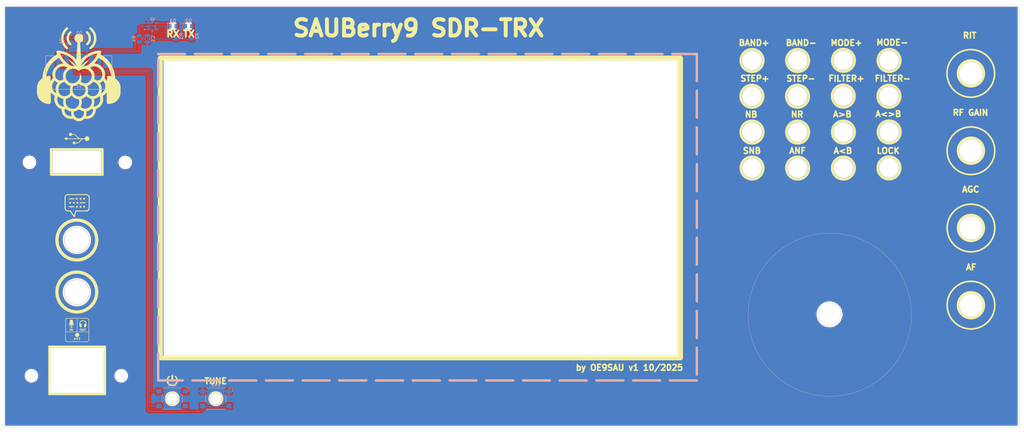
<source format=kicad_pcb>
(kicad_pcb (version 20241229) (generator "pcbnew") (generator_version "9.0")
  (layers (0 "F.Cu" signal) (2 "B.Cu" signal) (13 "F.Paste" user) (15 "B.Paste" user) (5 "F.SilkS" user "F.Silkscreen") (7 "B.SilkS" user "B.Silkscreen") (1 "F.Mask" user) (3 "B.Mask" user) (25 "Edge.Cuts" user))
  (net 0 "")
  (net 1 "GND")
  (net 2 "Net-(D1-A)")
  (net 3 "Net-(J1-Pad3)")
  (net 4 "Net-(J1-Pad4)")
  (net 5 "+5V")
  (net 6 "Net-(D2-A)")
  (net 7 "Net-(D2-K)")
  (net 8 "Net-(D3-A)")
  (net 9 "Net-(D3-K)")
  (net 10 "Net-(J1-Pad5)")
  (footprint "LOGO" (layer "F.Cu") (at 164.528 233.1212)
    (property "Reference" "G0" (hide yes))
    (property "Value" "LOGO" (hide yes))
  )
  (footprint "LOGO" (layer "F.Cu") (at 135.4 217.7)
    (property "Reference" "G4" (hide yes))
    (property "Value" "LOGO" (hide yes))
  )
  (footprint "LOGO" (layer "F.Cu") (at 135.6 179.914931)
    (property "Reference" "G101" (hide yes))
    (property "Value" "LOGO" (hide yes))
  )
  (footprint "LOGO" (layer "F.Cu") (at 135.279 159.07 180)
    (property "Reference" "G21" (hide yes))
    (property "Value" "LOGO" (hide yes))
  )
  (footprint "LOGO" (layer "F.Cu") (at 135.89 139.7)
    (property "Reference" "G1" (hide yes))
    (property "Value" "LOGO" (hide yes))
  )
  (footprint "Resistor_SMD:R_0805_2012Metric" (layer "B.Cu") (at 132.207 129.1825 -90)
    (property "Reference" "R1" (at 0 1.6 90) (layer "B.SilkS") (effects (justify mirror)))
    (property "Value" "10k")
    (pad "1" smd roundrect (at -0.9125 0 270) (size 1.025 1.4) (layers "B.Cu" "B.Mask" "B.Paste") (roundrect_rratio 0.243902) (net 2 "Net-(D1-A)"))
    (pad "2" smd roundrect (at 0.9125 0 270) (size 1.025 1.4) (layers "B.Cu" "B.Mask" "B.Paste") (roundrect_rratio 0.243902) (net 10 "Net-(J1-Pad5)"))
  )
  (footprint "Button_Switch_SMD:SW_SPST_Omron_B3FS-101xP" (layer "B.Cu") (at 164.51 238.7 180)
    (property "Reference" "SW1" (at 0 4.3 0) (layer "B.SilkS") (effects (justify mirror)))
    (property "Value" "SW_Omron_B3FS" (hide yes))
    (pad "1" smd rect (at -4 2.25) (size 1.6 1.4) (layers "B.Cu" "B.Mask" "B.Paste") (net 5 "+5V"))
    (pad "1" smd rect (at 4 2.25) (size 1.6 1.4) (layers "B.Cu" "B.Mask" "B.Paste") (net 5 "+5V"))
    (pad "2" smd rect (at -4 -2.25) (size 1.6 1.4) (layers "B.Cu" "B.Mask" "B.Paste") (net 3 "Net-(J1-Pad3)"))
    (pad "2" smd rect (at 4 -2.25) (size 1.6 1.4) (layers "B.Cu" "B.Mask" "B.Paste") (net 3 "Net-(J1-Pad3)"))
  )
  (footprint "Resistor_SMD:R_0805_2012Metric" (layer "B.Cu") (at 154.45 128.4675 -90)
    (property "Reference" "R4" (at 0 1.65 90) (layer "B.SilkS") (effects (justify mirror)))
    (property "Value" "10k")
    (pad "1" smd roundrect (at -0.9125 0 270) (size 1.025 1.4) (layers "B.Cu" "B.Mask" "B.Paste") (roundrect_rratio 0.243902) (net 7 "Net-(D2-K)"))
    (pad "2" smd roundrect (at 0.9125 0 270) (size 1.025 1.4) (layers "B.Cu" "B.Mask" "B.Paste") (roundrect_rratio 0.243902) (net 5 "+5V"))
  )
  (footprint "Button_Switch_SMD:SW_SPST_Omron_B3FS-101xP" (layer "B.Cu") (at 177.89 238.71 180)
    (property "Reference" "SW2" (at 0 4.3 0) (layer "B.SilkS") (effects (justify mirror)))
    (property "Value" "SW_Omron_B3FS" (hide yes))
    (pad "1" smd rect (at -4 2.25) (size 1.6 1.4) (layers "B.Cu" "B.Mask" "B.Paste") (net 1 "GND"))
    (pad "1" smd rect (at 4 2.25) (size 1.6 1.4) (layers "B.Cu" "B.Mask" "B.Paste") (net 1 "GND"))
    (pad "2" smd rect (at -4 -2.25) (size 1.6 1.4) (layers "B.Cu" "B.Mask" "B.Paste") (net 4 "Net-(J1-Pad4)"))
    (pad "2" smd rect (at 4 -2.25) (size 1.6 1.4) (layers "B.Cu" "B.Mask" "B.Paste") (net 4 "Net-(J1-Pad4)"))
  )
  (footprint "Resistor_SMD:R_0805_2012Metric" (layer "B.Cu") (at 165.69 127.6 90)
    (property "Reference" "R3" (at 0 1.65 90) (layer "B.SilkS") (effects (justify mirror)))
    (property "Value" "10k")
    (pad "1" smd roundrect (at -0.9125 0 90) (size 1.025 1.4) (layers "B.Cu" "B.Mask" "B.Paste") (roundrect_rratio 0.243902) (net 5 "+5V"))
    (pad "2" smd roundrect (at 0.9125 0 90) (size 1.025 1.4) (layers "B.Cu" "B.Mask" "B.Paste") (roundrect_rratio 0.243902) (net 8 "Net-(D3-A)"))
  )
  (footprint "SN74AHC1G04DBVR:SOT95P280X145-5N" (layer "B.Cu") (at 158.445 124.6)
    (property "Reference" "U1" (at 0 -2.25 180) (layer "B.SilkS") (effects (font (size 0.8 0.8)) (justify mirror)))
    (property "Value" "SN74AHC1G04DBVR" (hide yes))
    (pad "1" smd roundrect (at -1.255 0.95) (size 1.21 0.59) (layers "B.Cu" "B.Mask" "B.Paste"))
    (pad "2" smd roundrect (at -1.255 0) (size 1.21 0.59) (layers "B.Cu" "B.Mask" "B.Paste") (net 7 "Net-(D2-K)"))
    (pad "3" smd roundrect (at -1.255 -0.95) (size 1.21 0.59) (layers "B.Cu" "B.Mask" "B.Paste") (net 1 "GND"))
    (pad "4" smd roundrect (at 1.255 -0.95) (size 1.21 0.59) (layers "B.Cu" "B.Mask" "B.Paste") (net 9 "Net-(D3-K)"))
    (pad "5" smd roundrect (at 1.255 0.95) (size 1.21 0.59) (layers "B.Cu" "B.Mask" "B.Paste") (net 5 "+5V"))
  )
  (footprint "LED_SMD:LED_0805_2012Metric" (layer "B.Cu") (at 169.5275 124.6)
    (property "Reference" "D2" (at -0.0075 -1.66 180) (layer "B.SilkS") (effects (justify mirror)))
    (property "Value" "LED TX Rot" (hide yes))
    (pad "1" smd roundrect (at -0.9375 0) (size 0.975 1.4) (layers "B.Cu" "B.Mask" "B.Paste") (net 7 "Net-(D2-K)"))
    (pad "2" smd roundrect (at 0.9375 0) (size 0.975 1.4) (layers "B.Cu" "B.Mask" "B.Paste") (net 6 "Net-(D2-A)"))
  )
  (footprint "S6B_XH_SM4_TB:CONN_S6B-XH-SM4-TB_JST" (layer "B.Cu") (at 135.9154 138.808801 180)
    (property "Reference" "J1" (at 0 -4.0782 0) (layer "B.SilkS") (effects (justify mirror)))
    (property "Value" "S6B-XH-SM4-TB")
    (pad "1" smd rect (at -6.25 3.553801 180) (size 1.2954 4.4958) (layers "B.Cu" "B.Mask" "B.Paste") (net 5 "+5V"))
    (pad "2" smd rect (at -3.75 3.553801 180) (size 1.2954 4.4958) (layers "B.Cu" "B.Mask" "B.Paste") (net 7 "Net-(D2-K)"))
    (pad "3" smd rect (at -1.25 3.553801 180) (size 1.2954 4.4958) (layers "B.Cu" "B.Mask" "B.Paste") (net 3 "Net-(J1-Pad3)"))
    (pad "4" smd rect (at 1.25 3.553801 180) (size 1.2954 4.4958) (layers "B.Cu" "B.Mask" "B.Paste") (net 4 "Net-(J1-Pad4)"))
    (pad "5" smd rect (at 3.75 3.553801 180) (size 1.2954 4.4958) (layers "B.Cu" "B.Mask" "B.Paste") (net 10 "Net-(J1-Pad5)"))
    (pad "6" smd rect (at 6.25 3.553801 180) (size 1.2954 4.4958) (layers "B.Cu" "B.Mask" "B.Paste") (net 1 "GND"))
    (pad "7" smd rect (at -9.449999 -3.246199 180) (size 1.8034 3.9116) (layers "B.Cu" "B.Mask" "B.Paste"))
    (pad "8" smd rect (at 9.449999 -3.246199 180) (size 1.8034 3.9116) (layers "B.Cu" "B.Mask" "B.Paste"))
  )
  (footprint "LED_SMD:LED_0805_2012Metric" (layer "B.Cu") (at 135.994023 128.292 180)
    (property "Reference" "D1" (at 0.010023 1.627 0) (layer "B.SilkS") (effects (justify mirror)))
    (property "Value" "LED PWR PINK" (hide yes))
    (pad "1" smd roundrect (at -0.9375 0 180) (size 0.975 1.4) (layers "B.Cu" "B.Mask" "B.Paste") (net 1 "GND"))
    (pad "2" smd roundrect (at 0.9375 0 180) (size 0.975 1.4) (layers "B.Cu" "B.Mask" "B.Paste") (net 2 "Net-(D1-A)"))
  )
  (footprint "Resistor_SMD:R_0805_2012Metric" (layer "B.Cu") (at 170.46 127.6175 90)
    (property "Reference" "R2" (at 0 1.65 90) (layer "B.SilkS") (effects (justify mirror)))
    (property "Value" "5k")
    (pad "1" smd roundrect (at -0.9125 0 90) (size 1.025 1.4) (layers "B.Cu" "B.Mask" "B.Paste") (roundrect_rratio 0.243902) (net 5 "+5V"))
    (pad "2" smd roundrect (at 0.9125 0 90) (size 1.025 1.4) (layers "B.Cu" "B.Mask" "B.Paste") (roundrect_rratio 0.243902) (net 6 "Net-(D2-A)"))
  )
  (footprint "LED_SMD:LED_0805_2012Metric" (layer "B.Cu") (at 164.75 124.61)
    (property "Reference" "D3" (at -0.0075 -1.66 180) (layer "B.SilkS") (effects (justify mirror)))
    (property "Value" "LED RX Grün" (hide yes))
    (pad "1" smd roundrect (at -0.9375 0) (size 0.975 1.4) (layers "B.Cu" "B.Mask" "B.Paste") (net 9 "Net-(D3-K)"))
    (pad "2" smd roundrect (at 0.9375 0) (size 0.975 1.4) (layers "B.Cu" "B.Mask" "B.Paste") (net 8 "Net-(D3-A)"))
  )
  (footprint "Capacitor_SMD:C_0805_2012Metric" (layer "B.Cu") (at 156.89 128.48 -90)
    (property "Reference" "C1" (at 0 -1.733 90) (layer "B.SilkS") (effects (justify mirror)))
    (property "Value" "100nF")
    (pad "1" smd roundrect (at -0.95 0 270) (size 1 1.45) (layers "B.Cu" "B.Mask" "B.Paste") (net 5 "+5V"))
    (pad "2" smd roundrect (at 0.95 0 270) (size 1 1.45) (layers "B.Cu" "B.Mask" "B.Paste") (net 1 "GND"))
  )
  (gr_circle (center 370.1288 168.0752) (end 373.6288 168.0752) (stroke (width 0.7)) (fill no) (layer "F.SilkS"))
  (gr_circle (center 409.194 162.7632) (end 416.494 162.7632) (stroke (width 0.5)) (fill no) (layer "F.SilkS"))
  (gr_circle (center 409.194 139.068) (end 413.194 139.068) (stroke (width 0.7)) (fill no) (layer "F.SilkS"))
  (gr_circle (center 409.194 186.4136) (end 413.194 186.4136) (stroke (width 0.7)) (fill no) (layer "F.SilkS"))
  (gr_circle (center 135.3 206.05) (end 141.4 206.05) (stroke (width 1)) (fill no) (layer "F.SilkS"))
  (gr_circle (center 409.194 162.7412) (end 413.194 162.7412) (stroke (width 0.7)) (fill no) (layer "F.SilkS"))
  (gr_circle (center 409.1944 210.0868) (end 413.1944 210.0868) (stroke (width 0.7)) (fill no) (layer "F.SilkS"))
  (gr_circle (center 342.138 135.12) (end 345.638 135.12) (stroke (width 0.7)) (fill no) (layer "F.SilkS"))
  (gr_circle (center 356.0712 146.0788) (end 359.5712 146.0788) (stroke (width 0.7)) (fill no) (layer "F.SilkS"))
  (gr_circle (center 365.9632 212.9824) (end 390.9632 212.9824) (stroke (width 0.05)) (fill no) (layer "F.SilkS"))
  (gr_line (start 143.9 237.3) (end 126.9 237.3) (stroke (width 0.7)) (layer "F.SilkS"))
  (gr_circle (center 164.528 238.724) (end 166.428 238.724) (stroke (width 0.5)) (fill no) (layer "F.SilkS"))
  (gr_circle (center 342.1012 146.0788) (end 345.6012 146.0788) (stroke (width 0.7)) (fill no) (layer "F.SilkS"))
  (gr_circle (center 177.8884 238.716) (end 179.7884 238.716) (stroke (width 0.5)) (fill no) (layer "F.SilkS"))
  (gr_circle (center 356.108 135.12) (end 359.608 135.12) (stroke (width 0.7)) (fill no) (layer "F.SilkS"))
  (gr_circle (center 370.1288 157.0568) (end 373.6288 157.0568) (stroke (width 0.7)) (fill no) (layer "F.SilkS"))
  (gr_line (start 126.9 237.3) (end 126.9 222.8) (stroke (width 0.7)) (layer "F.SilkS"))
  (gr_circle (center 370.092 146.028) (end 373.592 146.028) (stroke (width 0.7)) (fill no) (layer "F.SilkS"))
  (gr_rect (start 160.848 134.366) (end 320.228 226.206) (stroke (width 1.5)) (fill no) (layer "F.SilkS"))
  (gr_circle (center 356.108 168.0752) (end 359.608 168.0752) (stroke (width 0.7)) (fill no) (layer "F.SilkS"))
  (gr_circle (center 384.1496 157.006) (end 387.6496 157.006) (stroke (width 0.7)) (fill no) (layer "F.SilkS"))
  (gr_circle (center 370.1288 135.0692) (end 373.6288 135.0692) (stroke (width 0.7)) (fill no) (layer "F.SilkS"))
  (gr_circle (center 409.2092 210.058) (end 416.5092 210.058) (stroke (width 0.5)) (fill no) (layer "F.SilkS"))
  (gr_circle (center 409.1584 139.065) (end 416.4584 139.065) (stroke (width 0.5)) (fill no) (layer "F.SilkS"))
  (gr_circle (center 384.076 146.0648) (end 387.576 146.0648) (stroke (width 0.7)) (fill no) (layer "F.SilkS"))
  (gr_circle (center 135.3 190.114931) (end 141.4 190.114931) (stroke (width 1)) (fill no) (layer "F.SilkS"))
  (gr_circle (center 409.2092 186.436) (end 416.5092 186.436) (stroke (width 0.5)) (fill no) (layer "F.SilkS"))
  (gr_line (start 126.9 222.8) (end 143.9 222.8) (stroke (width 0.7)) (layer "F.SilkS"))
  (gr_circle (center 342.138 157.0516) (end 345.638 157.0516) (stroke (width 0.7)) (fill no) (layer "F.SilkS"))
  (gr_circle (center 342.138 168.07) (end 345.638 168.07) (stroke (width 0.7)) (fill no) (layer "F.SilkS"))
  (gr_rect (start 127.379 162.3) (end 143.179 170.1) (stroke (width 0.7)) (fill no) (layer "F.SilkS"))
  (gr_circle (center 356.108 157.0568) (end 359.608 157.0568) (stroke (width 0.7)) (fill no) (layer "F.SilkS"))
  (gr_circle (center 384.0988 168.0244) (end 387.5988 168.0244) (stroke (width 0.7)) (fill no) (layer "F.SilkS"))
  (gr_line (start 143.9 222.8) (end 143.9 237.3) (stroke (width 0.7)) (layer "F.SilkS"))
  (gr_circle (center 384.1128 135.106) (end 387.6128 135.106) (stroke (width 0.7)) (fill no) (layer "F.SilkS"))
  (gr_rect (start 160.22 133.13) (end 325.22 233.13) (stroke (width 0.75) (type dash)) (fill no) (layer "B.SilkS"))
  (gr_rect (start 135.319 127.6528) (end 136.669 128.9528) (stroke (width 0.05)) (fill no) (layer "Edge.Cuts"))
  (gr_rect (start 127.4 223.3) (end 143.4 236.8) (stroke (width 0.05)) (fill no) (layer "Edge.Cuts"))
  (gr_circle (center 356.108 168.0732) (end 359.158 168.0732) (stroke (width 0.2)) (fill no) (layer "Edge.Cuts"))
  (gr_circle (center 370.092 146.036) (end 373.142 146.036) (stroke (width 0.2)) (fill no) (layer "Edge.Cuts"))
  (gr_circle (center 409.194 139.068) (end 412.694 139.068) (stroke (width 0.1)) (fill no) (layer "Edge.Cuts"))
  (gr_circle (center 409.194 162.7412) (end 412.694 162.7412) (stroke (width 0.1)) (fill no) (layer "Edge.Cuts"))
  (gr_rect (start 168.8084 123.952) (end 170.1584 125.252) (stroke (width 0.05)) (fill no) (layer "Edge.Cuts"))
  (gr_circle (center 384.076 146.0728) (end 387.126 146.0728) (stroke (width 0.2)) (fill no) (layer "Edge.Cuts"))
  (gr_circle (center 365.8616 212.886) (end 369.3616 212.886) (stroke (width 0.1)) (fill no) (layer "Edge.Cuts"))
  (gr_circle (center 384.1128 135.114) (end 387.1628 135.114) (stroke (width 0.2)) (fill no) (layer "Edge.Cuts"))
  (gr_circle (center 370.1288 135.0772) (end 373.1788 135.0772) (stroke (width 0.2)) (fill no) (layer "Edge.Cuts"))
  (gr_rect (start 127.779 162.7) (end 142.779 169.7) (stroke (width 0.2)) (fill no) (layer "Edge.Cuts"))
  (gr_circle (center 342.138 135.128) (end 345.188 135.128) (stroke (width 0.2)) (fill no) (layer "Edge.Cuts"))
  (gr_circle (center 121.4 231.7) (end 123 231.7) (stroke (width 0.05)) (fill no) (layer "Edge.Cuts"))
  (gr_circle (center 370.1288 157.0548) (end 373.1788 157.0548) (stroke (width 0.2)) (fill no) (layer "Edge.Cuts"))
  (gr_circle (center 135.3 190.064931) (end 139.15 190.064931) (stroke (width 0.2)) (fill no) (layer "Edge.Cuts"))
  (gr_circle (center 409.194 186.4136) (end 412.694 186.4136) (stroke (width 0.1)) (fill no) (layer "Edge.Cuts"))
  (gr_circle (center 384.1496 156.9988) (end 387.1996 156.9988) (stroke (width 0.2)) (fill no) (layer "Edge.Cuts"))
  (gr_circle (center 342.1012 146.0868) (end 345.1512 146.0868) (stroke (width 0.2)) (fill no) (layer "Edge.Cuts"))
  (gr_circle (center 342.138 157.0496) (end 345.188 157.0496) (stroke (width 0.2)) (fill no) (layer "Edge.Cuts"))
  (gr_circle (center 384.0988 168.0172) (end 387.1488 168.0172) (stroke (width 0.2)) (fill no) (layer "Edge.Cuts"))
  (gr_rect (start 162.306 135.128) (end 319.306 225.128) (stroke (width 0.05)) (fill no) (layer "Edge.Cuts"))
  (gr_circle (center 356.0712 146.0868) (end 359.1212 146.0868) (stroke (width 0.2)) (fill no) (layer "Edge.Cuts"))
  (gr_circle (center 148.9 231.7) (end 150.5 231.7) (stroke (width 0.05)) (fill no) (layer "Edge.Cuts"))
  (gr_rect (start 164.034762 123.9648) (end 165.384762 125.2648) (stroke (width 0.05)) (fill no) (layer "Edge.Cuts"))
  (gr_circle (center 150.129 166.35) (end 148.529 166.35) (stroke (width 0.05)) (fill no) (layer "Edge.Cuts"))
  (gr_circle (center 164.528 238.724) (end 166.328 238.724) (stroke (width 0.2)) (fill no) (layer "Edge.Cuts"))
  (gr_circle (center 370.1288 168.0732) (end 373.1788 168.0732) (stroke (width 0.2)) (fill no) (layer "Edge.Cuts"))
  (gr_circle (center 409.20684 210.0868) (end 412.70684 210.0868) (stroke (width 0.1)) (fill no) (layer "Edge.Cuts"))
  (gr_circle (center 135.3 206.1) (end 139.15 206.1) (stroke (width 0.2)) (fill no) (layer "Edge.Cuts"))
  (gr_circle (center 356.108 157.0548) (end 359.158 157.0548) (stroke (width 0.2)) (fill no) (layer "Edge.Cuts"))
  (gr_circle (center 356.108 135.128) (end 359.158 135.128) (stroke (width 0.2)) (fill no) (layer "Edge.Cuts"))
  (gr_circle (center 120.789 166.32) (end 119.189 166.32) (stroke (width 0.05)) (fill no) (layer "Edge.Cuts"))
  (gr_circle (center 177.8884 238.716) (end 179.6884 238.716) (stroke (width 0.2)) (fill no) (layer "Edge.Cuts"))
  (gr_circle (center 342.138 168.068) (end 345.188 168.068) (stroke (width 0.2)) (fill no) (layer "Edge.Cuts"))
  (gr_rect (start 112.84 118.17) (end 423.99 247.47) (stroke (width 0.1)) (fill no) (layer "Edge.Cuts"))
  (gr_text "SNB" (at 339.09 163.83 0) (layer "F.SilkS") (effects (font (size 1.8 1.8) (thickness 0.45) (bold yes)) (justify left bottom)))
  (gr_text "AF" (at 407.416 199.4916 0) (layer "F.SilkS") (effects (font (size 1.8 1.8) (thickness 0.45) (bold yes)) (justify left bottom)))
  (gr_text "A<B" (at 366.8776 163.83 0) (layer "F.SilkS") (effects (font (size 1.8 1.8) (thickness 0.45) (bold yes)) (justify left bottom)))
  (gr_text "STEP-" (at 352.4136 141.6812 0) (layer "F.SilkS") (effects (font (size 1.8 1.8) (thickness 0.45) (bold yes)) (justify left bottom)))
  (gr_text "NB\n" (at 339.725 152.7048 0) (layer "F.SilkS") (effects (font (size 1.8 1.8) (thickness 0.45) (bold yes)) (justify left bottom)))
  (gr_text "LOCK" (at 380.0856 163.83 0) (layer "F.SilkS") (effects (font (size 1.8 1.8) (thickness 0.45) (bold yes)) (justify left bottom)))
  (gr_text "ANF" (at 353.2834 163.83 0) (layer "F.SilkS") (effects (font (size 1.8 1.8) (thickness 0.45) (bold yes)) (justify left bottom)))
  (gr_text "FILTER-" (at 379.476 141.6812 0) (layer "F.SilkS") (effects (font (size 1.8 1.8) (thickness 0.45) (bold yes)) (justify left bottom)))
  (gr_text "TUNE" (at 174.1424 234.3912 0) (layer "F.SilkS") (effects (font (size 1.8 1.8) (thickness 0.45) (bold yes)) (justify left bottom)))
  (gr_text "BAND+" (at 337.82 130.7592 0) (layer "F.SilkS") (effects (font (size 1.8 1.8) (thickness 0.45) (bold yes)) (justify left bottom)))
  (gr_text "by OE9SAU v1 10/2025\n" (at 287.909 230.251 0) (layer "F.SilkS") (effects (font (size 1.8 1.8) (thickness 0.45) (bold yes)) (justify left bottom)))
  (gr_text "A>B\n" (at 366.7112 152.654 0) (layer "F.SilkS") (effects (font (size 1.8 1.8) (thickness 0.45) (bold yes)) (justify left bottom)))
  (gr_text "FILTER+" (at 365.3028 141.6812 0) (layer "F.SilkS") (effects (font (size 1.8 1.8) (thickness 0.45) (bold yes)) (justify left bottom)))
  (gr_text "AGC" (at 406.2476 175.6664 0) (layer "F.SilkS") (effects (font (size 1.8 1.8) (thickness 0.45) (bold yes)) (justify left bottom)))
  (gr_text "A<>B\n" (at 379.6792 152.5524 0) (layer "F.SilkS") (effects (font (size 1.8 1.8) (thickness 0.45) (bold yes)) (justify left bottom)))
  (gr_text "MODE+" (at 365.9632 130.7592 0) (layer "F.SilkS") (effects (font (size 1.8 1.8) (thickness 0.45) (bold yes)) (justify left bottom)))
  (gr_text "RF GAIN" (at 403.352 152.146 0) (layer "F.SilkS") (effects (font (size 1.8 1.8) (thickness 0.45) (bold yes)) (justify left bottom)))
  (gr_text "NR" (at 353.822 152.7048 0) (layer "F.SilkS") (effects (font (size 1.8 1.8) (thickness 0.45) (bold yes)) (justify left bottom)))
  (gr_text "STEP+" (at 338.3166 141.6812 0) (layer "F.SilkS") (effects (font (size 1.8 1.8) (thickness 0.45) (bold yes)) (justify left bottom)))
  (gr_text "BAND-" (at 352.2472 130.7592 0) (layer "F.SilkS") (effects (font (size 1.8 1.8) (thickness 0.45) (bold yes)) (justify left bottom)))
  (gr_text "MODE-" (at 379.984 130.6576 0) (layer "F.SilkS") (effects (font (size 1.8 1.8) (thickness 0.45) (bold yes)) (justify left bottom)))
  (gr_text "RX" (at 162.4584 128.1684 0) (layer "F.SilkS") (effects (font (size 2 2) (thickness 0.5) (bold yes)) (justify left bottom)))
  (gr_text "SAUBerry9 SDR-TRX\n" (at 200.89 128.143 0) (layer "F.SilkS") (effects (font (size 5 5) (thickness 1.2) (bold yes)) (justify left bottom)))
  (gr_text "TX" (at 167.58 128.16 0) (layer "F.SilkS") (effects (font (size 2 2) (thickness 0.5) (bold yes)) (justify left bottom)))
  (gr_text "RIT" (at 406.5016 128.524 0) (layer "F.SilkS") (effects (font (size 1.8 1.8) (thickness 0.45) (bold yes)) (justify left bottom)))
  (segment (start 156.89 129.46) (end 156.86 129.46) (width 0.2) (layer "B.Cu") (net 1))
  (segment (start 156.86 129.46) (end 156.78 129.38) (width 0.2) (layer "B.Cu") (net 1))
  (segment (start 134.696 128.27) (end 134.718 128.292) (width 0.2) (layer "B.Cu") (net 2))
  (segment (start 132.207 128.27) (end 134.696 128.27) (width 0.2) (layer "B.Cu") (net 2))
  (segment (start 168.51 240.95) (end 168.335 241.125) (width 0.2) (layer "B.Cu") (net 3))
  (segment (start 157.8412 240.95) (end 157.48 240.5888) (width 0.2) (layer "B.Cu") (net 3))
  (segment (start 157.48 138.811) (end 157.226 138.557) (width 0.2) (layer "B.Cu") (net 3))
  (segment (start 160.528 240.974) (end 160.329 241.173) (width 0.2) (layer "B.Cu") (net 3))
  (segment (start 137.414 138.557) (end 137.1654 138.3084) (width 0.2) (layer "B.Cu") (net 3))
  (segment (start 157.226 138.557) (end 137.414 138.557) (width 0.2) (layer "B.Cu") (net 3))
  (segment (start 157.48 240.5888) (end 157.48 138.811) (width 0.2) (layer "B.Cu") (net 3))
  (segment (start 160.51 240.95) (end 157.8412 240.95) (width 0.2) (layer "B.Cu") (net 3))
  (segment (start 137.1654 138.3084) (end 137.1654 135.255) (width 0.2) (layer "B.Cu") (net 3))
  (segment (start 173.482 242.57) (end 157.3276 242.57) (width 0.2) (layer "B.Cu") (net 4))
  (segment (start 134.6654 138.8564) (end 134.6654 135.255) (width 0.2) (layer "B.Cu") (net 4))
  (segment (start 157.3276 242.57) (end 156.972 242.2144) (width 0.2) (layer "B.Cu") (net 4))
  (segment (start 156.972 139.319) (end 156.718 139.065) (width 0.2) (layer "B.Cu") (net 4))
  (segment (start 173.89 242.162) (end 173.482 242.57) (width 0.2) (layer "B.Cu") (net 4))
  (segment (start 173.89 240.96) (end 173.89 242.162) (width 0.2) (layer "B.Cu") (net 4))
  (segment (start 156.972 242.2144) (end 156.972 139.319) (width 0.2) (layer "B.Cu") (net 4))
  (segment (start 174.0954 241.173) (end 181.6814 241.173) (width 0.2) (layer "B.Cu") (net 4))
  (segment (start 156.718 139.065) (end 134.874 139.065) (width 0.2) (layer "B.Cu") (net 4))
  (segment (start 173.8884 240.966) (end 174.0954 241.173) (width 0.2) (layer "B.Cu") (net 4))
  (segment (start 181.6814 241.173) (end 181.8884 240.966) (width 0.2) (layer "B.Cu") (net 4))
  (segment (start 134.874 139.065) (end 134.6654 138.8564) (width 0.2) (layer "B.Cu") (net 4))
  (segment (start 142.1654 137.8474) (end 142.1654 135.255) (width 0.2) (layer "B.Cu") (net 5))
  (segment (start 154.855 129.385) (end 154.44 129.8) (width 0.2) (layer "B.Cu") (net 5))
  (segment (start 170.46 128.53) (end 165.785 128.53) (width 0.2) (layer "B.Cu") (net 5))
  (segment (start 160.51 236.45) (end 158.345 236.45) (width 0.2) (layer "B.Cu") (net 5))
  (segment (start 158.345 236.45) (end 157.988 236.093) (width 0.2) (layer "B.Cu") (net 5))
  (segment (start 158.369 127.276) (end 158.115 127.53) (width 0.2) (layer "B.Cu") (net 5))
  (segment (start 142.1654 135.255) (end 142.1654 132.6626) (width 0.2) (layer "B.Cu") (net 5))
  (segment (start 156.845 128.397) (end 156.9605 128.5125) (width 0.2) (layer "B.Cu") (net 5))
  (segment (start 157.734 138.049) (end 142.367 138.049) (width 0.2) (layer "B.Cu") (net 5))
  (segment (start 158.549 125.55) (end 158.369 125.73) (width 0.2) (layer "B.Cu") (net 5))
  (segment (start 157.988 138.303) (end 157.734 138.049) (width 0.2) (layer "B.Cu") (net 5))
  (segment (start 156.845 127.575) (end 156.845 128.397) (width 0.2) (layer "B.Cu") (net 5))
  (segment (start 156.89 127.53) (end 158.115 127.53) (width 0.2) (layer "B.Cu") (net 5))
  (segment (start 157.988 236.093) (end 157.988 138.303) (width 0.2) (layer "B.Cu") (net 5))
  (segment (start 155.575 129.032) (end 155.575 127.762) (width 0.2) (layer "B.Cu") (net 5))
  (segment (start 154.45 129.38) (end 155.227 129.38) (width 0.2) (layer "B.Cu") (net 5))
  (segment (start 154.178 132.461) (end 154.45 132.189) (width 0.2) (layer "B.Cu") (net 5))
  (segment (start 155.807 127.53) (end 156.89 127.53) (width 0.2) (layer "B.Cu") (net 5))
  (segment (start 159.7 125.55) (end 158.549 125.55) (width 0.2) (layer "B.Cu") (net 5))
  (segment (start 142.1654 132.6626) (end 142.367 132.461) (width 0.2) (layer "B.Cu") (net 5))
  (segment (start 156.89 127.53) (end 156.845 127.575) (width 0.2) (layer "B.Cu") (net 5))
  (segment (start 142.367 138.049) (end 142.1654 137.8474) (width 0.2) (layer "B.Cu") (net 5))
  (segment (start 158.369 125.73) (end 158.369 127.276) (width 0.2) (layer "B.Cu") (net 5))
  (segment (start 156.9605 128.5125) (end 165.69 128.5125) (width 0.2) (layer "B.Cu") (net 5))
  (segment (start 142.367 132.461) (end 154.178 132.461) (width 0.2) (layer "B.Cu") (net 5))
  (segment (start 154.45 132.189) (end 154.45 129.38) (width 0.2) (layer "B.Cu") (net 5))
  (segment (start 155.227 129.38) (end 155.575 129.032) (width 0.2) (layer "B.Cu") (net 5))
  (segment (start 165.785 128.53) (end 165.78 128.525) (width 0.2) (layer "B.Cu") (net 5))
  (segment (start 155.575 127.762) (end 155.807 127.53) (width 0.2) (layer "B.Cu") (net 5))
  (segment (start 170.46 126.705) (end 170.7594 126.4056) (width 0.2) (layer "B.Cu") (net 6))
  (segment (start 170.7594 126.4056) (end 170.7594 124.6) (width 0.2) (layer "B.Cu") (net 6))
  (segment (start 168 127.65) (end 168.2074 127.4426) (width 0.2) (layer "B.Cu") (net 7))
  (segment (start 153.16 131.701) (end 153.16 127.85) (width 0.2) (layer "B.Cu") (net 7))
  (segment (start 168.2074 127.4426) (end 168.2074 124.6) (width 0.2) (layer "B.Cu") (net 7))
  (segment (start 162.7 124.84) (end 162.7 127.4619) (width 0.2) (layer "B.Cu") (net 7))
  (segment (start 157.19 124.6) (end 154.73 124.6) (width 0.2) (layer "B.Cu") (net 7))
  (segment (start 154.43 124.9) (end 154.43 127.535) (width 0.2) (layer "B.Cu") (net 7))
  (segment (start 139.6654 132.2416) (end 139.954 131.953) (width 0.2) (layer "B.Cu") (net 7))
  (segment (start 162.7 127.4619) (end 162.8881 127.65) (width 0.2) (layer "B.Cu") (net 7))
  (segment (start 162.8881 127.65) (end 168 127.65) (width 0.2) (layer "B.Cu") (net 7))
  (segment (start 154.73 124.6) (end 154.43 124.9) (width 0.2) (layer "B.Cu") (net 7))
  (segment (start 162.46 124.6) (end 162.7 124.84) (width 0.2) (layer "B.Cu") (net 7))
  (segment (start 157.19 124.6) (end 162.46 124.6) (width 0.2) (layer "B.Cu") (net 7))
  (segment (start 153.455 127.555) (end 154.45 127.555) (width 0.2) (layer "B.Cu") (net 7))
  (segment (start 139.6654 135.255) (end 139.6654 132.2416) (width 0.2) (layer "B.Cu") (net 7))
  (segment (start 153.16 127.85) (end 153.455 127.555) (width 0.2) (layer "B.Cu") (net 7))
  (segment (start 154.43 127.535) (end 154.45 127.555) (width 0.2) (layer "B.Cu") (net 7))
  (segment (start 139.954 131.953) (end 152.908 131.953) (width 0.2) (layer "B.Cu") (net 7))
  (segment (start 152.908 131.953) (end 153.16 131.701) (width 0.2) (layer "B.Cu") (net 7))
  (segment (start 165.69 126.6875) (end 165.985762 126.391738) (width 0.2) (layer "B.Cu") (net 8))
  (segment (start 165.985762 126.391738) (end 165.985762 124.61) (width 0.2) (layer "B.Cu") (net 8))
  (segment (start 163.21 123.65) (end 163.433762 123.873762) (width 0.2) (layer "B.Cu") (net 9))
  (segment (start 160.94 123.65) (end 161.02 123.65) (width 0.2) (layer "B.Cu") (net 9))
  (segment (start 160.94 123.65) (end 163.21 123.65) (width 0.2) (layer "B.Cu") (net 9))
  (segment (start 163.433762 123.873762) (end 163.433762 124.61) (width 0.2) (layer "B.Cu") (net 9))
  (segment (start 163.421362 124.6) (end 163.433762 124.6124) (width 0.2) (layer "B.Cu") (net 9))
  (segment (start 159.7 123.65) (end 160.94 123.65) (width 0.2) (layer "B.Cu") (net 9))
  (segment (start 132.1654 130.1366) (end 132.207 130.095) (width 0.2) (layer "B.Cu") (net 10))
  (segment (start 132.1654 135.255) (end 132.1654 130.1366) (width 0.2) (layer "B.Cu") (net 10))
  (segment (start 132.1654 130.2636) (end 132.334 130.095) (width 0.2) (layer "B.Cu") (net 10))
  (zone (net 1) (net_name "GND") (layer "F.Cu") (connect_pads (clearance 0.5)) (min_thickness 0.25) (fill yes (thermal_gap 0.5) (thermal_bridge_width 0.5))
    (polygon (pts (xy 111.76 116.586) (xy 111.76 248.666) (xy 425.45 248.666) (xy 425.45 116.586)))
  )
  (zone (net 1) (net_name "GND") (layer "B.Cu") (connect_pads (clearance 0.5)) (min_thickness 0.25) (fill yes (thermal_gap 0.5) (thermal_bridge_width 0.5))
    (polygon (pts (xy 111.76 116.84) (xy 111.76 248.92) (xy 425.45 248.92) (xy 425.45 116.84)))
  )
)
</source>
